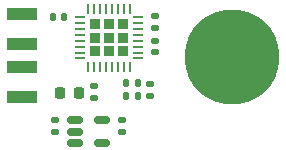
<source format=gbr>
%TF.GenerationSoftware,KiCad,Pcbnew,(7.0.0)*%
%TF.CreationDate,2023-02-23T15:33:30+08:00*%
%TF.ProjectId,CK,434b2e6b-6963-4616-945f-706362585858,rev?*%
%TF.SameCoordinates,Original*%
%TF.FileFunction,Paste,Top*%
%TF.FilePolarity,Positive*%
%FSLAX46Y46*%
G04 Gerber Fmt 4.6, Leading zero omitted, Abs format (unit mm)*
G04 Created by KiCad (PCBNEW (7.0.0)) date 2023-02-23 15:33:30*
%MOMM*%
%LPD*%
G01*
G04 APERTURE LIST*
G04 Aperture macros list*
%AMRoundRect*
0 Rectangle with rounded corners*
0 $1 Rounding radius*
0 $2 $3 $4 $5 $6 $7 $8 $9 X,Y pos of 4 corners*
0 Add a 4 corners polygon primitive as box body*
4,1,4,$2,$3,$4,$5,$6,$7,$8,$9,$2,$3,0*
0 Add four circle primitives for the rounded corners*
1,1,$1+$1,$2,$3*
1,1,$1+$1,$4,$5*
1,1,$1+$1,$6,$7*
1,1,$1+$1,$8,$9*
0 Add four rect primitives between the rounded corners*
20,1,$1+$1,$2,$3,$4,$5,0*
20,1,$1+$1,$4,$5,$6,$7,0*
20,1,$1+$1,$6,$7,$8,$9,0*
20,1,$1+$1,$8,$9,$2,$3,0*%
G04 Aperture macros list end*
%ADD10RoundRect,0.232500X0.232500X0.232500X-0.232500X0.232500X-0.232500X-0.232500X0.232500X-0.232500X0*%
%ADD11RoundRect,0.062500X0.375000X0.062500X-0.375000X0.062500X-0.375000X-0.062500X0.375000X-0.062500X0*%
%ADD12RoundRect,0.062500X0.062500X0.375000X-0.062500X0.375000X-0.062500X-0.375000X0.062500X-0.375000X0*%
%ADD13R,2.500000X1.100000*%
%ADD14RoundRect,0.218750X-0.218750X-0.256250X0.218750X-0.256250X0.218750X0.256250X-0.218750X0.256250X0*%
%ADD15RoundRect,0.140000X0.170000X-0.140000X0.170000X0.140000X-0.170000X0.140000X-0.170000X-0.140000X0*%
%ADD16RoundRect,0.135000X0.185000X-0.135000X0.185000X0.135000X-0.185000X0.135000X-0.185000X-0.135000X0*%
%ADD17RoundRect,0.140000X-0.170000X0.140000X-0.170000X-0.140000X0.170000X-0.140000X0.170000X0.140000X0*%
%ADD18C,8.000000*%
%ADD19RoundRect,0.135000X0.135000X0.185000X-0.135000X0.185000X-0.135000X-0.185000X0.135000X-0.185000X0*%
%ADD20RoundRect,0.150000X-0.512500X-0.150000X0.512500X-0.150000X0.512500X0.150000X-0.512500X0.150000X0*%
%ADD21RoundRect,0.140000X-0.140000X-0.170000X0.140000X-0.170000X0.140000X0.170000X-0.140000X0.170000X0*%
G04 APERTURE END LIST*
D10*
%TO.C,U1*%
X106700000Y-104950000D03*
X106700000Y-103800000D03*
X106700000Y-102650000D03*
X105550000Y-104950000D03*
X105550000Y-103800000D03*
X105550000Y-102650000D03*
X104400000Y-104950000D03*
X104400000Y-103800000D03*
X104400000Y-102650000D03*
D11*
X107987500Y-105550000D03*
X107987500Y-105050000D03*
X107987500Y-104550000D03*
X107987500Y-104050000D03*
X107987500Y-103550000D03*
X107987500Y-103050000D03*
X107987500Y-102550000D03*
X107987500Y-102050000D03*
D12*
X107300000Y-101362500D03*
X106800000Y-101362500D03*
X106300000Y-101362500D03*
X105800000Y-101362500D03*
X105300000Y-101362500D03*
X104800000Y-101362500D03*
X104300000Y-101362500D03*
X103800000Y-101362500D03*
D11*
X103112500Y-102050000D03*
X103112500Y-102550000D03*
X103112500Y-103050000D03*
X103112500Y-103550000D03*
X103112500Y-104050000D03*
X103112500Y-104550000D03*
X103112500Y-105050000D03*
X103112500Y-105550000D03*
D12*
X103800000Y-106237500D03*
X104300000Y-106237500D03*
X104800000Y-106237500D03*
X105300000Y-106237500D03*
X105800000Y-106237500D03*
X106300000Y-106237500D03*
X106800000Y-106237500D03*
X107300000Y-106237500D03*
%TD*%
D13*
%TO.C,J1*%
X98149999Y-101799999D03*
X98149999Y-104299999D03*
X98149999Y-106299999D03*
X98149999Y-108799999D03*
%TD*%
D14*
%TO.C,D1*%
X101400000Y-108500000D03*
X102975000Y-108500000D03*
%TD*%
D15*
%TO.C,C2*%
X109050000Y-108700000D03*
X109050000Y-107740000D03*
%TD*%
D16*
%TO.C,R2*%
X104300000Y-108870000D03*
X104300000Y-107850000D03*
%TD*%
D17*
%TO.C,C5*%
X100975000Y-110800000D03*
X100975000Y-111760000D03*
%TD*%
D18*
%TO.C,TP1*%
X116000000Y-105450000D03*
%TD*%
D17*
%TO.C,C6*%
X106625000Y-110800000D03*
X106625000Y-111760000D03*
%TD*%
D19*
%TO.C,R1*%
X107970000Y-108700000D03*
X106950000Y-108700000D03*
%TD*%
D17*
%TO.C,C4*%
X109450000Y-101990000D03*
X109450000Y-102950000D03*
%TD*%
D15*
%TO.C,C1*%
X109450000Y-105010000D03*
X109450000Y-104050000D03*
%TD*%
D20*
%TO.C,U2*%
X104925000Y-110800000D03*
X104925000Y-112700000D03*
X102650000Y-112700000D03*
X102650000Y-111750000D03*
X102650000Y-110800000D03*
%TD*%
D21*
%TO.C,C3*%
X100790000Y-102000000D03*
X101750000Y-102000000D03*
%TD*%
D19*
%TO.C,R3*%
X107970000Y-107650000D03*
X106950000Y-107650000D03*
%TD*%
M02*

</source>
